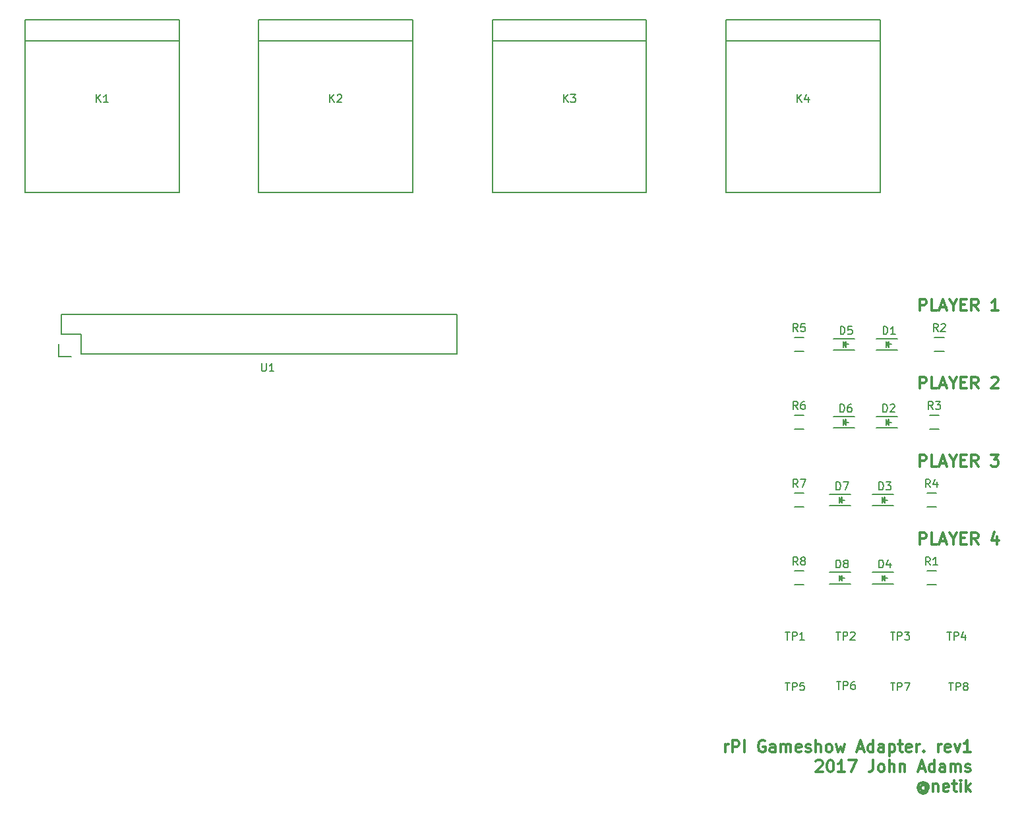
<source format=gbr>
G04 #@! TF.GenerationSoftware,KiCad,Pcbnew,(2016-12-18 revision 3ffa37c)-master*
G04 #@! TF.CreationDate,2017-03-29T20:30:54-07:00*
G04 #@! TF.ProjectId,GameshowV2,47616D6573686F7756322E6B69636164,rev?*
G04 #@! TF.FileFunction,Legend,Top*
G04 #@! TF.FilePolarity,Positive*
%FSLAX46Y46*%
G04 Gerber Fmt 4.6, Leading zero omitted, Abs format (unit mm)*
G04 Created by KiCad (PCBNEW (2016-12-18 revision 3ffa37c)-master) date Wednesday, March 29, 2017 'PMt' 08:30:54 PM*
%MOMM*%
%LPD*%
G01*
G04 APERTURE LIST*
%ADD10C,0.100000*%
%ADD11C,0.300000*%
%ADD12C,0.150000*%
G04 APERTURE END LIST*
D10*
D11*
X200019285Y-117378571D02*
X200019285Y-116378571D01*
X200019285Y-116664285D02*
X200090714Y-116521428D01*
X200162142Y-116450000D01*
X200305000Y-116378571D01*
X200447857Y-116378571D01*
X200947857Y-117378571D02*
X200947857Y-115878571D01*
X201519285Y-115878571D01*
X201662142Y-115950000D01*
X201733571Y-116021428D01*
X201805000Y-116164285D01*
X201805000Y-116378571D01*
X201733571Y-116521428D01*
X201662142Y-116592857D01*
X201519285Y-116664285D01*
X200947857Y-116664285D01*
X202447857Y-117378571D02*
X202447857Y-115878571D01*
X205090714Y-115950000D02*
X204947857Y-115878571D01*
X204733571Y-115878571D01*
X204519285Y-115950000D01*
X204376428Y-116092857D01*
X204305000Y-116235714D01*
X204233571Y-116521428D01*
X204233571Y-116735714D01*
X204305000Y-117021428D01*
X204376428Y-117164285D01*
X204519285Y-117307142D01*
X204733571Y-117378571D01*
X204876428Y-117378571D01*
X205090714Y-117307142D01*
X205162142Y-117235714D01*
X205162142Y-116735714D01*
X204876428Y-116735714D01*
X206447857Y-117378571D02*
X206447857Y-116592857D01*
X206376428Y-116450000D01*
X206233571Y-116378571D01*
X205947857Y-116378571D01*
X205805000Y-116450000D01*
X206447857Y-117307142D02*
X206305000Y-117378571D01*
X205947857Y-117378571D01*
X205805000Y-117307142D01*
X205733571Y-117164285D01*
X205733571Y-117021428D01*
X205805000Y-116878571D01*
X205947857Y-116807142D01*
X206305000Y-116807142D01*
X206447857Y-116735714D01*
X207162142Y-117378571D02*
X207162142Y-116378571D01*
X207162142Y-116521428D02*
X207233571Y-116450000D01*
X207376428Y-116378571D01*
X207590714Y-116378571D01*
X207733571Y-116450000D01*
X207805000Y-116592857D01*
X207805000Y-117378571D01*
X207805000Y-116592857D02*
X207876428Y-116450000D01*
X208019285Y-116378571D01*
X208233571Y-116378571D01*
X208376428Y-116450000D01*
X208447857Y-116592857D01*
X208447857Y-117378571D01*
X209733571Y-117307142D02*
X209590714Y-117378571D01*
X209305000Y-117378571D01*
X209162142Y-117307142D01*
X209090714Y-117164285D01*
X209090714Y-116592857D01*
X209162142Y-116450000D01*
X209305000Y-116378571D01*
X209590714Y-116378571D01*
X209733571Y-116450000D01*
X209805000Y-116592857D01*
X209805000Y-116735714D01*
X209090714Y-116878571D01*
X210376428Y-117307142D02*
X210519285Y-117378571D01*
X210805000Y-117378571D01*
X210947857Y-117307142D01*
X211019285Y-117164285D01*
X211019285Y-117092857D01*
X210947857Y-116950000D01*
X210805000Y-116878571D01*
X210590714Y-116878571D01*
X210447857Y-116807142D01*
X210376428Y-116664285D01*
X210376428Y-116592857D01*
X210447857Y-116450000D01*
X210590714Y-116378571D01*
X210805000Y-116378571D01*
X210947857Y-116450000D01*
X211662142Y-117378571D02*
X211662142Y-115878571D01*
X212305000Y-117378571D02*
X212305000Y-116592857D01*
X212233571Y-116450000D01*
X212090714Y-116378571D01*
X211876428Y-116378571D01*
X211733571Y-116450000D01*
X211662142Y-116521428D01*
X213233571Y-117378571D02*
X213090714Y-117307142D01*
X213019285Y-117235714D01*
X212947857Y-117092857D01*
X212947857Y-116664285D01*
X213019285Y-116521428D01*
X213090714Y-116450000D01*
X213233571Y-116378571D01*
X213447857Y-116378571D01*
X213590714Y-116450000D01*
X213662142Y-116521428D01*
X213733571Y-116664285D01*
X213733571Y-117092857D01*
X213662142Y-117235714D01*
X213590714Y-117307142D01*
X213447857Y-117378571D01*
X213233571Y-117378571D01*
X214233571Y-116378571D02*
X214519285Y-117378571D01*
X214805000Y-116664285D01*
X215090714Y-117378571D01*
X215376428Y-116378571D01*
X217019285Y-116950000D02*
X217733571Y-116950000D01*
X216876428Y-117378571D02*
X217376428Y-115878571D01*
X217876428Y-117378571D01*
X219019285Y-117378571D02*
X219019285Y-115878571D01*
X219019285Y-117307142D02*
X218876428Y-117378571D01*
X218590714Y-117378571D01*
X218447857Y-117307142D01*
X218376428Y-117235714D01*
X218305000Y-117092857D01*
X218305000Y-116664285D01*
X218376428Y-116521428D01*
X218447857Y-116450000D01*
X218590714Y-116378571D01*
X218876428Y-116378571D01*
X219019285Y-116450000D01*
X220376428Y-117378571D02*
X220376428Y-116592857D01*
X220305000Y-116450000D01*
X220162142Y-116378571D01*
X219876428Y-116378571D01*
X219733571Y-116450000D01*
X220376428Y-117307142D02*
X220233571Y-117378571D01*
X219876428Y-117378571D01*
X219733571Y-117307142D01*
X219662142Y-117164285D01*
X219662142Y-117021428D01*
X219733571Y-116878571D01*
X219876428Y-116807142D01*
X220233571Y-116807142D01*
X220376428Y-116735714D01*
X221090714Y-116378571D02*
X221090714Y-117878571D01*
X221090714Y-116450000D02*
X221233571Y-116378571D01*
X221519285Y-116378571D01*
X221662142Y-116450000D01*
X221733571Y-116521428D01*
X221805000Y-116664285D01*
X221805000Y-117092857D01*
X221733571Y-117235714D01*
X221662142Y-117307142D01*
X221519285Y-117378571D01*
X221233571Y-117378571D01*
X221090714Y-117307142D01*
X222233571Y-116378571D02*
X222805000Y-116378571D01*
X222447857Y-115878571D02*
X222447857Y-117164285D01*
X222519285Y-117307142D01*
X222662142Y-117378571D01*
X222805000Y-117378571D01*
X223876428Y-117307142D02*
X223733571Y-117378571D01*
X223447857Y-117378571D01*
X223305000Y-117307142D01*
X223233571Y-117164285D01*
X223233571Y-116592857D01*
X223305000Y-116450000D01*
X223447857Y-116378571D01*
X223733571Y-116378571D01*
X223876428Y-116450000D01*
X223947857Y-116592857D01*
X223947857Y-116735714D01*
X223233571Y-116878571D01*
X224590714Y-117378571D02*
X224590714Y-116378571D01*
X224590714Y-116664285D02*
X224662142Y-116521428D01*
X224733571Y-116450000D01*
X224876428Y-116378571D01*
X225019285Y-116378571D01*
X225519285Y-117235714D02*
X225590714Y-117307142D01*
X225519285Y-117378571D01*
X225447857Y-117307142D01*
X225519285Y-117235714D01*
X225519285Y-117378571D01*
X227376428Y-117378571D02*
X227376428Y-116378571D01*
X227376428Y-116664285D02*
X227447857Y-116521428D01*
X227519285Y-116450000D01*
X227662142Y-116378571D01*
X227805000Y-116378571D01*
X228876428Y-117307142D02*
X228733571Y-117378571D01*
X228447857Y-117378571D01*
X228305000Y-117307142D01*
X228233571Y-117164285D01*
X228233571Y-116592857D01*
X228305000Y-116450000D01*
X228447857Y-116378571D01*
X228733571Y-116378571D01*
X228876428Y-116450000D01*
X228947857Y-116592857D01*
X228947857Y-116735714D01*
X228233571Y-116878571D01*
X229447857Y-116378571D02*
X229805000Y-117378571D01*
X230162142Y-116378571D01*
X231519285Y-117378571D02*
X230662142Y-117378571D01*
X231090714Y-117378571D02*
X231090714Y-115878571D01*
X230947857Y-116092857D01*
X230805000Y-116235714D01*
X230662142Y-116307142D01*
X211662142Y-118571428D02*
X211733571Y-118500000D01*
X211876428Y-118428571D01*
X212233571Y-118428571D01*
X212376428Y-118500000D01*
X212447857Y-118571428D01*
X212519285Y-118714285D01*
X212519285Y-118857142D01*
X212447857Y-119071428D01*
X211590714Y-119928571D01*
X212519285Y-119928571D01*
X213447857Y-118428571D02*
X213590714Y-118428571D01*
X213733571Y-118500000D01*
X213805000Y-118571428D01*
X213876428Y-118714285D01*
X213947857Y-119000000D01*
X213947857Y-119357142D01*
X213876428Y-119642857D01*
X213805000Y-119785714D01*
X213733571Y-119857142D01*
X213590714Y-119928571D01*
X213447857Y-119928571D01*
X213305000Y-119857142D01*
X213233571Y-119785714D01*
X213162142Y-119642857D01*
X213090714Y-119357142D01*
X213090714Y-119000000D01*
X213162142Y-118714285D01*
X213233571Y-118571428D01*
X213305000Y-118500000D01*
X213447857Y-118428571D01*
X215376428Y-119928571D02*
X214519285Y-119928571D01*
X214947857Y-119928571D02*
X214947857Y-118428571D01*
X214805000Y-118642857D01*
X214662142Y-118785714D01*
X214519285Y-118857142D01*
X215876428Y-118428571D02*
X216876428Y-118428571D01*
X216233571Y-119928571D01*
X219019285Y-118428571D02*
X219019285Y-119500000D01*
X218947857Y-119714285D01*
X218805000Y-119857142D01*
X218590714Y-119928571D01*
X218447857Y-119928571D01*
X219947857Y-119928571D02*
X219805000Y-119857142D01*
X219733571Y-119785714D01*
X219662142Y-119642857D01*
X219662142Y-119214285D01*
X219733571Y-119071428D01*
X219805000Y-119000000D01*
X219947857Y-118928571D01*
X220162142Y-118928571D01*
X220305000Y-119000000D01*
X220376428Y-119071428D01*
X220447857Y-119214285D01*
X220447857Y-119642857D01*
X220376428Y-119785714D01*
X220305000Y-119857142D01*
X220162142Y-119928571D01*
X219947857Y-119928571D01*
X221090714Y-119928571D02*
X221090714Y-118428571D01*
X221733571Y-119928571D02*
X221733571Y-119142857D01*
X221662142Y-119000000D01*
X221519285Y-118928571D01*
X221305000Y-118928571D01*
X221162142Y-119000000D01*
X221090714Y-119071428D01*
X222447857Y-118928571D02*
X222447857Y-119928571D01*
X222447857Y-119071428D02*
X222519285Y-119000000D01*
X222662142Y-118928571D01*
X222876428Y-118928571D01*
X223019285Y-119000000D01*
X223090714Y-119142857D01*
X223090714Y-119928571D01*
X224876428Y-119500000D02*
X225590714Y-119500000D01*
X224733571Y-119928571D02*
X225233571Y-118428571D01*
X225733571Y-119928571D01*
X226876428Y-119928571D02*
X226876428Y-118428571D01*
X226876428Y-119857142D02*
X226733571Y-119928571D01*
X226447857Y-119928571D01*
X226305000Y-119857142D01*
X226233571Y-119785714D01*
X226162142Y-119642857D01*
X226162142Y-119214285D01*
X226233571Y-119071428D01*
X226305000Y-119000000D01*
X226447857Y-118928571D01*
X226733571Y-118928571D01*
X226876428Y-119000000D01*
X228233571Y-119928571D02*
X228233571Y-119142857D01*
X228162142Y-119000000D01*
X228019285Y-118928571D01*
X227733571Y-118928571D01*
X227590714Y-119000000D01*
X228233571Y-119857142D02*
X228090714Y-119928571D01*
X227733571Y-119928571D01*
X227590714Y-119857142D01*
X227519285Y-119714285D01*
X227519285Y-119571428D01*
X227590714Y-119428571D01*
X227733571Y-119357142D01*
X228090714Y-119357142D01*
X228233571Y-119285714D01*
X228947857Y-119928571D02*
X228947857Y-118928571D01*
X228947857Y-119071428D02*
X229019285Y-119000000D01*
X229162142Y-118928571D01*
X229376428Y-118928571D01*
X229519285Y-119000000D01*
X229590714Y-119142857D01*
X229590714Y-119928571D01*
X229590714Y-119142857D02*
X229662142Y-119000000D01*
X229805000Y-118928571D01*
X230019285Y-118928571D01*
X230162142Y-119000000D01*
X230233571Y-119142857D01*
X230233571Y-119928571D01*
X230876428Y-119857142D02*
X231019285Y-119928571D01*
X231305000Y-119928571D01*
X231447857Y-119857142D01*
X231519285Y-119714285D01*
X231519285Y-119642857D01*
X231447857Y-119500000D01*
X231305000Y-119428571D01*
X231090714Y-119428571D01*
X230947857Y-119357142D01*
X230876428Y-119214285D01*
X230876428Y-119142857D01*
X230947857Y-119000000D01*
X231090714Y-118928571D01*
X231305000Y-118928571D01*
X231447857Y-119000000D01*
X225733571Y-121764285D02*
X225662142Y-121692857D01*
X225519285Y-121621428D01*
X225376428Y-121621428D01*
X225233571Y-121692857D01*
X225162142Y-121764285D01*
X225090714Y-121907142D01*
X225090714Y-122050000D01*
X225162142Y-122192857D01*
X225233571Y-122264285D01*
X225376428Y-122335714D01*
X225519285Y-122335714D01*
X225662142Y-122264285D01*
X225733571Y-122192857D01*
X225733571Y-121621428D02*
X225733571Y-122192857D01*
X225805000Y-122264285D01*
X225876428Y-122264285D01*
X226019285Y-122192857D01*
X226090714Y-122050000D01*
X226090714Y-121692857D01*
X225947857Y-121478571D01*
X225733571Y-121335714D01*
X225447857Y-121264285D01*
X225162142Y-121335714D01*
X224947857Y-121478571D01*
X224805000Y-121692857D01*
X224733571Y-121978571D01*
X224805000Y-122264285D01*
X224947857Y-122478571D01*
X225162142Y-122621428D01*
X225447857Y-122692857D01*
X225733571Y-122621428D01*
X225947857Y-122478571D01*
X226733571Y-121478571D02*
X226733571Y-122478571D01*
X226733571Y-121621428D02*
X226805000Y-121550000D01*
X226947857Y-121478571D01*
X227162142Y-121478571D01*
X227305000Y-121550000D01*
X227376428Y-121692857D01*
X227376428Y-122478571D01*
X228662142Y-122407142D02*
X228519285Y-122478571D01*
X228233571Y-122478571D01*
X228090714Y-122407142D01*
X228019285Y-122264285D01*
X228019285Y-121692857D01*
X228090714Y-121550000D01*
X228233571Y-121478571D01*
X228519285Y-121478571D01*
X228662142Y-121550000D01*
X228733571Y-121692857D01*
X228733571Y-121835714D01*
X228019285Y-121978571D01*
X229162142Y-121478571D02*
X229733571Y-121478571D01*
X229376428Y-120978571D02*
X229376428Y-122264285D01*
X229447857Y-122407142D01*
X229590714Y-122478571D01*
X229733571Y-122478571D01*
X230233571Y-122478571D02*
X230233571Y-121478571D01*
X230233571Y-120978571D02*
X230162142Y-121050000D01*
X230233571Y-121121428D01*
X230305000Y-121050000D01*
X230233571Y-120978571D01*
X230233571Y-121121428D01*
X230947857Y-122478571D02*
X230947857Y-120978571D01*
X231090714Y-121907142D02*
X231519285Y-122478571D01*
X231519285Y-121478571D02*
X230947857Y-122050000D01*
X225000000Y-60678571D02*
X225000000Y-59178571D01*
X225571428Y-59178571D01*
X225714285Y-59250000D01*
X225785714Y-59321428D01*
X225857142Y-59464285D01*
X225857142Y-59678571D01*
X225785714Y-59821428D01*
X225714285Y-59892857D01*
X225571428Y-59964285D01*
X225000000Y-59964285D01*
X227214285Y-60678571D02*
X226500000Y-60678571D01*
X226500000Y-59178571D01*
X227642857Y-60250000D02*
X228357142Y-60250000D01*
X227500000Y-60678571D02*
X228000000Y-59178571D01*
X228500000Y-60678571D01*
X229285714Y-59964285D02*
X229285714Y-60678571D01*
X228785714Y-59178571D02*
X229285714Y-59964285D01*
X229785714Y-59178571D01*
X230285714Y-59892857D02*
X230785714Y-59892857D01*
X231000000Y-60678571D02*
X230285714Y-60678571D01*
X230285714Y-59178571D01*
X231000000Y-59178571D01*
X232500000Y-60678571D02*
X232000000Y-59964285D01*
X231642857Y-60678571D02*
X231642857Y-59178571D01*
X232214285Y-59178571D01*
X232357142Y-59250000D01*
X232428571Y-59321428D01*
X232500000Y-59464285D01*
X232500000Y-59678571D01*
X232428571Y-59821428D01*
X232357142Y-59892857D01*
X232214285Y-59964285D01*
X231642857Y-59964285D01*
X235071428Y-60678571D02*
X234214285Y-60678571D01*
X234642857Y-60678571D02*
X234642857Y-59178571D01*
X234500000Y-59392857D01*
X234357142Y-59535714D01*
X234214285Y-59607142D01*
X225000000Y-90678571D02*
X225000000Y-89178571D01*
X225571428Y-89178571D01*
X225714285Y-89250000D01*
X225785714Y-89321428D01*
X225857142Y-89464285D01*
X225857142Y-89678571D01*
X225785714Y-89821428D01*
X225714285Y-89892857D01*
X225571428Y-89964285D01*
X225000000Y-89964285D01*
X227214285Y-90678571D02*
X226500000Y-90678571D01*
X226500000Y-89178571D01*
X227642857Y-90250000D02*
X228357142Y-90250000D01*
X227500000Y-90678571D02*
X228000000Y-89178571D01*
X228500000Y-90678571D01*
X229285714Y-89964285D02*
X229285714Y-90678571D01*
X228785714Y-89178571D02*
X229285714Y-89964285D01*
X229785714Y-89178571D01*
X230285714Y-89892857D02*
X230785714Y-89892857D01*
X231000000Y-90678571D02*
X230285714Y-90678571D01*
X230285714Y-89178571D01*
X231000000Y-89178571D01*
X232500000Y-90678571D02*
X232000000Y-89964285D01*
X231642857Y-90678571D02*
X231642857Y-89178571D01*
X232214285Y-89178571D01*
X232357142Y-89250000D01*
X232428571Y-89321428D01*
X232500000Y-89464285D01*
X232500000Y-89678571D01*
X232428571Y-89821428D01*
X232357142Y-89892857D01*
X232214285Y-89964285D01*
X231642857Y-89964285D01*
X234928571Y-89678571D02*
X234928571Y-90678571D01*
X234571428Y-89107142D02*
X234214285Y-90178571D01*
X235142857Y-90178571D01*
X225000000Y-80678571D02*
X225000000Y-79178571D01*
X225571428Y-79178571D01*
X225714285Y-79250000D01*
X225785714Y-79321428D01*
X225857142Y-79464285D01*
X225857142Y-79678571D01*
X225785714Y-79821428D01*
X225714285Y-79892857D01*
X225571428Y-79964285D01*
X225000000Y-79964285D01*
X227214285Y-80678571D02*
X226500000Y-80678571D01*
X226500000Y-79178571D01*
X227642857Y-80250000D02*
X228357142Y-80250000D01*
X227500000Y-80678571D02*
X228000000Y-79178571D01*
X228500000Y-80678571D01*
X229285714Y-79964285D02*
X229285714Y-80678571D01*
X228785714Y-79178571D02*
X229285714Y-79964285D01*
X229785714Y-79178571D01*
X230285714Y-79892857D02*
X230785714Y-79892857D01*
X231000000Y-80678571D02*
X230285714Y-80678571D01*
X230285714Y-79178571D01*
X231000000Y-79178571D01*
X232500000Y-80678571D02*
X232000000Y-79964285D01*
X231642857Y-80678571D02*
X231642857Y-79178571D01*
X232214285Y-79178571D01*
X232357142Y-79250000D01*
X232428571Y-79321428D01*
X232500000Y-79464285D01*
X232500000Y-79678571D01*
X232428571Y-79821428D01*
X232357142Y-79892857D01*
X232214285Y-79964285D01*
X231642857Y-79964285D01*
X234142857Y-79178571D02*
X235071428Y-79178571D01*
X234571428Y-79750000D01*
X234785714Y-79750000D01*
X234928571Y-79821428D01*
X235000000Y-79892857D01*
X235071428Y-80035714D01*
X235071428Y-80392857D01*
X235000000Y-80535714D01*
X234928571Y-80607142D01*
X234785714Y-80678571D01*
X234357142Y-80678571D01*
X234214285Y-80607142D01*
X234142857Y-80535714D01*
X225000000Y-70678571D02*
X225000000Y-69178571D01*
X225571428Y-69178571D01*
X225714285Y-69250000D01*
X225785714Y-69321428D01*
X225857142Y-69464285D01*
X225857142Y-69678571D01*
X225785714Y-69821428D01*
X225714285Y-69892857D01*
X225571428Y-69964285D01*
X225000000Y-69964285D01*
X227214285Y-70678571D02*
X226500000Y-70678571D01*
X226500000Y-69178571D01*
X227642857Y-70250000D02*
X228357142Y-70250000D01*
X227500000Y-70678571D02*
X228000000Y-69178571D01*
X228500000Y-70678571D01*
X229285714Y-69964285D02*
X229285714Y-70678571D01*
X228785714Y-69178571D02*
X229285714Y-69964285D01*
X229785714Y-69178571D01*
X230285714Y-69892857D02*
X230785714Y-69892857D01*
X231000000Y-70678571D02*
X230285714Y-70678571D01*
X230285714Y-69178571D01*
X231000000Y-69178571D01*
X232500000Y-70678571D02*
X232000000Y-69964285D01*
X231642857Y-70678571D02*
X231642857Y-69178571D01*
X232214285Y-69178571D01*
X232357142Y-69250000D01*
X232428571Y-69321428D01*
X232500000Y-69464285D01*
X232500000Y-69678571D01*
X232428571Y-69821428D01*
X232357142Y-69892857D01*
X232214285Y-69964285D01*
X231642857Y-69964285D01*
X234214285Y-69321428D02*
X234285714Y-69250000D01*
X234428571Y-69178571D01*
X234785714Y-69178571D01*
X234928571Y-69250000D01*
X235000000Y-69321428D01*
X235071428Y-69464285D01*
X235071428Y-69607142D01*
X235000000Y-69821428D01*
X234142857Y-70678571D01*
X235071428Y-70678571D01*
D12*
X170100000Y-45500000D02*
X189900000Y-45500000D01*
X170100000Y-26000000D02*
X189900000Y-26000000D01*
X189900000Y-23300000D02*
X189900000Y-45500000D01*
X170100000Y-23300000D02*
X170100000Y-45500000D01*
X170100000Y-23300000D02*
X189900000Y-23300000D01*
X189900000Y-23300000D02*
X189900000Y-26000000D01*
X170100000Y-23300000D02*
X170100000Y-26000000D01*
X200100000Y-45500000D02*
X219900000Y-45500000D01*
X200100000Y-26000000D02*
X219900000Y-26000000D01*
X219900000Y-23300000D02*
X219900000Y-45500000D01*
X200100000Y-23300000D02*
X200100000Y-45500000D01*
X200100000Y-23300000D02*
X219900000Y-23300000D01*
X219900000Y-23300000D02*
X219900000Y-26000000D01*
X200100000Y-23300000D02*
X200100000Y-26000000D01*
X140100000Y-45500000D02*
X159900000Y-45500000D01*
X140100000Y-26000000D02*
X159900000Y-26000000D01*
X159900000Y-23300000D02*
X159900000Y-45500000D01*
X140100000Y-23300000D02*
X140100000Y-45500000D01*
X140100000Y-23300000D02*
X159900000Y-23300000D01*
X159900000Y-23300000D02*
X159900000Y-26000000D01*
X140100000Y-23300000D02*
X140100000Y-26000000D01*
X110100000Y-45500000D02*
X129900000Y-45500000D01*
X110100000Y-26000000D02*
X129900000Y-26000000D01*
X129900000Y-23300000D02*
X129900000Y-45500000D01*
X110100000Y-23300000D02*
X110100000Y-45500000D01*
X110100000Y-23300000D02*
X129900000Y-23300000D01*
X129900000Y-23300000D02*
X129900000Y-26000000D01*
X110100000Y-23300000D02*
X110100000Y-26000000D01*
X213400000Y-95750000D02*
X216100000Y-95750000D01*
X213400000Y-94250000D02*
X216100000Y-94250000D01*
X214900000Y-95150000D02*
X214900000Y-94900000D01*
X214900000Y-94900000D02*
X214750000Y-95050000D01*
X214650000Y-94650000D02*
X214650000Y-95350000D01*
X215000000Y-95000000D02*
X215350000Y-95000000D01*
X214650000Y-95000000D02*
X215000000Y-94650000D01*
X215000000Y-94650000D02*
X215000000Y-95350000D01*
X215000000Y-95350000D02*
X214650000Y-95000000D01*
X215000000Y-85350000D02*
X214650000Y-85000000D01*
X215000000Y-84650000D02*
X215000000Y-85350000D01*
X214650000Y-85000000D02*
X215000000Y-84650000D01*
X215000000Y-85000000D02*
X215350000Y-85000000D01*
X214650000Y-84650000D02*
X214650000Y-85350000D01*
X214900000Y-84900000D02*
X214750000Y-85050000D01*
X214900000Y-85150000D02*
X214900000Y-84900000D01*
X213400000Y-84250000D02*
X216100000Y-84250000D01*
X213400000Y-85750000D02*
X216100000Y-85750000D01*
X213900000Y-75750000D02*
X216600000Y-75750000D01*
X213900000Y-74250000D02*
X216600000Y-74250000D01*
X215400000Y-75150000D02*
X215400000Y-74900000D01*
X215400000Y-74900000D02*
X215250000Y-75050000D01*
X215150000Y-74650000D02*
X215150000Y-75350000D01*
X215500000Y-75000000D02*
X215850000Y-75000000D01*
X215150000Y-75000000D02*
X215500000Y-74650000D01*
X215500000Y-74650000D02*
X215500000Y-75350000D01*
X215500000Y-75350000D02*
X215150000Y-75000000D01*
X215549000Y-65350000D02*
X215199000Y-65000000D01*
X215549000Y-64650000D02*
X215549000Y-65350000D01*
X215199000Y-65000000D02*
X215549000Y-64650000D01*
X215549000Y-65000000D02*
X215899000Y-65000000D01*
X215199000Y-64650000D02*
X215199000Y-65350000D01*
X215449000Y-64900000D02*
X215299000Y-65050000D01*
X215449000Y-65150000D02*
X215449000Y-64900000D01*
X213949000Y-64250000D02*
X216649000Y-64250000D01*
X213949000Y-65750000D02*
X216649000Y-65750000D01*
X218900000Y-95750000D02*
X221600000Y-95750000D01*
X218900000Y-94250000D02*
X221600000Y-94250000D01*
X220400000Y-95150000D02*
X220400000Y-94900000D01*
X220400000Y-94900000D02*
X220250000Y-95050000D01*
X220150000Y-94650000D02*
X220150000Y-95350000D01*
X220500000Y-95000000D02*
X220850000Y-95000000D01*
X220150000Y-95000000D02*
X220500000Y-94650000D01*
X220500000Y-94650000D02*
X220500000Y-95350000D01*
X220500000Y-95350000D02*
X220150000Y-95000000D01*
X220500000Y-85350000D02*
X220150000Y-85000000D01*
X220500000Y-84650000D02*
X220500000Y-85350000D01*
X220150000Y-85000000D02*
X220500000Y-84650000D01*
X220500000Y-85000000D02*
X220850000Y-85000000D01*
X220150000Y-84650000D02*
X220150000Y-85350000D01*
X220400000Y-84900000D02*
X220250000Y-85050000D01*
X220400000Y-85150000D02*
X220400000Y-84900000D01*
X218900000Y-84250000D02*
X221600000Y-84250000D01*
X218900000Y-85750000D02*
X221600000Y-85750000D01*
X219400000Y-75750000D02*
X222100000Y-75750000D01*
X219400000Y-74250000D02*
X222100000Y-74250000D01*
X220900000Y-75150000D02*
X220900000Y-74900000D01*
X220900000Y-74900000D02*
X220750000Y-75050000D01*
X220650000Y-74650000D02*
X220650000Y-75350000D01*
X221000000Y-75000000D02*
X221350000Y-75000000D01*
X220650000Y-75000000D02*
X221000000Y-74650000D01*
X221000000Y-74650000D02*
X221000000Y-75350000D01*
X221000000Y-75350000D02*
X220650000Y-75000000D01*
X221049000Y-65350000D02*
X220699000Y-65000000D01*
X221049000Y-64650000D02*
X221049000Y-65350000D01*
X220699000Y-65000000D02*
X221049000Y-64650000D01*
X221049000Y-65000000D02*
X221399000Y-65000000D01*
X220699000Y-64650000D02*
X220699000Y-65350000D01*
X220949000Y-64900000D02*
X220799000Y-65050000D01*
X220949000Y-65150000D02*
X220949000Y-64900000D01*
X219449000Y-64250000D02*
X222149000Y-64250000D01*
X219449000Y-65750000D02*
X222149000Y-65750000D01*
X114450000Y-66550000D02*
X116000000Y-66550000D01*
X117270000Y-63730000D02*
X117270000Y-66270000D01*
X114730000Y-63730000D02*
X117270000Y-63730000D01*
X114450000Y-65000000D02*
X114450000Y-66550000D01*
X114730000Y-61190000D02*
X114730000Y-63730000D01*
X165530000Y-61190000D02*
X165530000Y-66270000D01*
X117270000Y-66270000D02*
X165530000Y-66270000D01*
X165530000Y-61190000D02*
X114730000Y-61190000D01*
X210100000Y-95875000D02*
X208900000Y-95875000D01*
X208900000Y-94125000D02*
X210100000Y-94125000D01*
X208900000Y-84125000D02*
X210100000Y-84125000D01*
X210100000Y-85875000D02*
X208900000Y-85875000D01*
X210100000Y-75875000D02*
X208900000Y-75875000D01*
X208900000Y-74125000D02*
X210100000Y-74125000D01*
X208900000Y-64125000D02*
X210100000Y-64125000D01*
X210100000Y-65875000D02*
X208900000Y-65875000D01*
X227100000Y-85875000D02*
X225900000Y-85875000D01*
X225900000Y-84125000D02*
X227100000Y-84125000D01*
X226250000Y-74125000D02*
X227450000Y-74125000D01*
X227450000Y-75875000D02*
X226250000Y-75875000D01*
X228100000Y-65875000D02*
X226900000Y-65875000D01*
X226900000Y-64125000D02*
X228100000Y-64125000D01*
X225900000Y-94125000D02*
X227100000Y-94125000D01*
X227100000Y-95875000D02*
X225900000Y-95875000D01*
X179261904Y-33912380D02*
X179261904Y-32912380D01*
X179833333Y-33912380D02*
X179404761Y-33340952D01*
X179833333Y-32912380D02*
X179261904Y-33483809D01*
X180166666Y-32912380D02*
X180785714Y-32912380D01*
X180452380Y-33293333D01*
X180595238Y-33293333D01*
X180690476Y-33340952D01*
X180738095Y-33388571D01*
X180785714Y-33483809D01*
X180785714Y-33721904D01*
X180738095Y-33817142D01*
X180690476Y-33864761D01*
X180595238Y-33912380D01*
X180309523Y-33912380D01*
X180214285Y-33864761D01*
X180166666Y-33817142D01*
X209261904Y-33912380D02*
X209261904Y-32912380D01*
X209833333Y-33912380D02*
X209404761Y-33340952D01*
X209833333Y-32912380D02*
X209261904Y-33483809D01*
X210690476Y-33245714D02*
X210690476Y-33912380D01*
X210452380Y-32864761D02*
X210214285Y-33579047D01*
X210833333Y-33579047D01*
X149261904Y-33912380D02*
X149261904Y-32912380D01*
X149833333Y-33912380D02*
X149404761Y-33340952D01*
X149833333Y-32912380D02*
X149261904Y-33483809D01*
X150214285Y-33007619D02*
X150261904Y-32960000D01*
X150357142Y-32912380D01*
X150595238Y-32912380D01*
X150690476Y-32960000D01*
X150738095Y-33007619D01*
X150785714Y-33102857D01*
X150785714Y-33198095D01*
X150738095Y-33340952D01*
X150166666Y-33912380D01*
X150785714Y-33912380D01*
X119261904Y-33912380D02*
X119261904Y-32912380D01*
X119833333Y-33912380D02*
X119404761Y-33340952D01*
X119833333Y-32912380D02*
X119261904Y-33483809D01*
X120785714Y-33912380D02*
X120214285Y-33912380D01*
X120500000Y-33912380D02*
X120500000Y-32912380D01*
X120404761Y-33055238D01*
X120309523Y-33150476D01*
X120214285Y-33198095D01*
X228738095Y-108452380D02*
X229309523Y-108452380D01*
X229023809Y-109452380D02*
X229023809Y-108452380D01*
X229642857Y-109452380D02*
X229642857Y-108452380D01*
X230023809Y-108452380D01*
X230119047Y-108500000D01*
X230166666Y-108547619D01*
X230214285Y-108642857D01*
X230214285Y-108785714D01*
X230166666Y-108880952D01*
X230119047Y-108928571D01*
X230023809Y-108976190D01*
X229642857Y-108976190D01*
X230785714Y-108880952D02*
X230690476Y-108833333D01*
X230642857Y-108785714D01*
X230595238Y-108690476D01*
X230595238Y-108642857D01*
X230642857Y-108547619D01*
X230690476Y-108500000D01*
X230785714Y-108452380D01*
X230976190Y-108452380D01*
X231071428Y-108500000D01*
X231119047Y-108547619D01*
X231166666Y-108642857D01*
X231166666Y-108690476D01*
X231119047Y-108785714D01*
X231071428Y-108833333D01*
X230976190Y-108880952D01*
X230785714Y-108880952D01*
X230690476Y-108928571D01*
X230642857Y-108976190D01*
X230595238Y-109071428D01*
X230595238Y-109261904D01*
X230642857Y-109357142D01*
X230690476Y-109404761D01*
X230785714Y-109452380D01*
X230976190Y-109452380D01*
X231071428Y-109404761D01*
X231119047Y-109357142D01*
X231166666Y-109261904D01*
X231166666Y-109071428D01*
X231119047Y-108976190D01*
X231071428Y-108928571D01*
X230976190Y-108880952D01*
X221238095Y-108452380D02*
X221809523Y-108452380D01*
X221523809Y-109452380D02*
X221523809Y-108452380D01*
X222142857Y-109452380D02*
X222142857Y-108452380D01*
X222523809Y-108452380D01*
X222619047Y-108500000D01*
X222666666Y-108547619D01*
X222714285Y-108642857D01*
X222714285Y-108785714D01*
X222666666Y-108880952D01*
X222619047Y-108928571D01*
X222523809Y-108976190D01*
X222142857Y-108976190D01*
X223047619Y-108452380D02*
X223714285Y-108452380D01*
X223285714Y-109452380D01*
X214297095Y-108328380D02*
X214868523Y-108328380D01*
X214582809Y-109328380D02*
X214582809Y-108328380D01*
X215201857Y-109328380D02*
X215201857Y-108328380D01*
X215582809Y-108328380D01*
X215678047Y-108376000D01*
X215725666Y-108423619D01*
X215773285Y-108518857D01*
X215773285Y-108661714D01*
X215725666Y-108756952D01*
X215678047Y-108804571D01*
X215582809Y-108852190D01*
X215201857Y-108852190D01*
X216630428Y-108328380D02*
X216439952Y-108328380D01*
X216344714Y-108376000D01*
X216297095Y-108423619D01*
X216201857Y-108566476D01*
X216154238Y-108756952D01*
X216154238Y-109137904D01*
X216201857Y-109233142D01*
X216249476Y-109280761D01*
X216344714Y-109328380D01*
X216535190Y-109328380D01*
X216630428Y-109280761D01*
X216678047Y-109233142D01*
X216725666Y-109137904D01*
X216725666Y-108899809D01*
X216678047Y-108804571D01*
X216630428Y-108756952D01*
X216535190Y-108709333D01*
X216344714Y-108709333D01*
X216249476Y-108756952D01*
X216201857Y-108804571D01*
X216154238Y-108899809D01*
X207738095Y-108452380D02*
X208309523Y-108452380D01*
X208023809Y-109452380D02*
X208023809Y-108452380D01*
X208642857Y-109452380D02*
X208642857Y-108452380D01*
X209023809Y-108452380D01*
X209119047Y-108500000D01*
X209166666Y-108547619D01*
X209214285Y-108642857D01*
X209214285Y-108785714D01*
X209166666Y-108880952D01*
X209119047Y-108928571D01*
X209023809Y-108976190D01*
X208642857Y-108976190D01*
X210119047Y-108452380D02*
X209642857Y-108452380D01*
X209595238Y-108928571D01*
X209642857Y-108880952D01*
X209738095Y-108833333D01*
X209976190Y-108833333D01*
X210071428Y-108880952D01*
X210119047Y-108928571D01*
X210166666Y-109023809D01*
X210166666Y-109261904D01*
X210119047Y-109357142D01*
X210071428Y-109404761D01*
X209976190Y-109452380D01*
X209738095Y-109452380D01*
X209642857Y-109404761D01*
X209595238Y-109357142D01*
X228488095Y-101952380D02*
X229059523Y-101952380D01*
X228773809Y-102952380D02*
X228773809Y-101952380D01*
X229392857Y-102952380D02*
X229392857Y-101952380D01*
X229773809Y-101952380D01*
X229869047Y-102000000D01*
X229916666Y-102047619D01*
X229964285Y-102142857D01*
X229964285Y-102285714D01*
X229916666Y-102380952D01*
X229869047Y-102428571D01*
X229773809Y-102476190D01*
X229392857Y-102476190D01*
X230821428Y-102285714D02*
X230821428Y-102952380D01*
X230583333Y-101904761D02*
X230345238Y-102619047D01*
X230964285Y-102619047D01*
X221238095Y-101952380D02*
X221809523Y-101952380D01*
X221523809Y-102952380D02*
X221523809Y-101952380D01*
X222142857Y-102952380D02*
X222142857Y-101952380D01*
X222523809Y-101952380D01*
X222619047Y-102000000D01*
X222666666Y-102047619D01*
X222714285Y-102142857D01*
X222714285Y-102285714D01*
X222666666Y-102380952D01*
X222619047Y-102428571D01*
X222523809Y-102476190D01*
X222142857Y-102476190D01*
X223047619Y-101952380D02*
X223666666Y-101952380D01*
X223333333Y-102333333D01*
X223476190Y-102333333D01*
X223571428Y-102380952D01*
X223619047Y-102428571D01*
X223666666Y-102523809D01*
X223666666Y-102761904D01*
X223619047Y-102857142D01*
X223571428Y-102904761D01*
X223476190Y-102952380D01*
X223190476Y-102952380D01*
X223095238Y-102904761D01*
X223047619Y-102857142D01*
X214238095Y-101952380D02*
X214809523Y-101952380D01*
X214523809Y-102952380D02*
X214523809Y-101952380D01*
X215142857Y-102952380D02*
X215142857Y-101952380D01*
X215523809Y-101952380D01*
X215619047Y-102000000D01*
X215666666Y-102047619D01*
X215714285Y-102142857D01*
X215714285Y-102285714D01*
X215666666Y-102380952D01*
X215619047Y-102428571D01*
X215523809Y-102476190D01*
X215142857Y-102476190D01*
X216095238Y-102047619D02*
X216142857Y-102000000D01*
X216238095Y-101952380D01*
X216476190Y-101952380D01*
X216571428Y-102000000D01*
X216619047Y-102047619D01*
X216666666Y-102142857D01*
X216666666Y-102238095D01*
X216619047Y-102380952D01*
X216047619Y-102952380D01*
X216666666Y-102952380D01*
X207738095Y-101952380D02*
X208309523Y-101952380D01*
X208023809Y-102952380D02*
X208023809Y-101952380D01*
X208642857Y-102952380D02*
X208642857Y-101952380D01*
X209023809Y-101952380D01*
X209119047Y-102000000D01*
X209166666Y-102047619D01*
X209214285Y-102142857D01*
X209214285Y-102285714D01*
X209166666Y-102380952D01*
X209119047Y-102428571D01*
X209023809Y-102476190D01*
X208642857Y-102476190D01*
X210166666Y-102952380D02*
X209595238Y-102952380D01*
X209880952Y-102952380D02*
X209880952Y-101952380D01*
X209785714Y-102095238D01*
X209690476Y-102190476D01*
X209595238Y-102238095D01*
X214261904Y-93702380D02*
X214261904Y-92702380D01*
X214500000Y-92702380D01*
X214642857Y-92750000D01*
X214738095Y-92845238D01*
X214785714Y-92940476D01*
X214833333Y-93130952D01*
X214833333Y-93273809D01*
X214785714Y-93464285D01*
X214738095Y-93559523D01*
X214642857Y-93654761D01*
X214500000Y-93702380D01*
X214261904Y-93702380D01*
X215404761Y-93130952D02*
X215309523Y-93083333D01*
X215261904Y-93035714D01*
X215214285Y-92940476D01*
X215214285Y-92892857D01*
X215261904Y-92797619D01*
X215309523Y-92750000D01*
X215404761Y-92702380D01*
X215595238Y-92702380D01*
X215690476Y-92750000D01*
X215738095Y-92797619D01*
X215785714Y-92892857D01*
X215785714Y-92940476D01*
X215738095Y-93035714D01*
X215690476Y-93083333D01*
X215595238Y-93130952D01*
X215404761Y-93130952D01*
X215309523Y-93178571D01*
X215261904Y-93226190D01*
X215214285Y-93321428D01*
X215214285Y-93511904D01*
X215261904Y-93607142D01*
X215309523Y-93654761D01*
X215404761Y-93702380D01*
X215595238Y-93702380D01*
X215690476Y-93654761D01*
X215738095Y-93607142D01*
X215785714Y-93511904D01*
X215785714Y-93321428D01*
X215738095Y-93226190D01*
X215690476Y-93178571D01*
X215595238Y-93130952D01*
X214261904Y-83702380D02*
X214261904Y-82702380D01*
X214500000Y-82702380D01*
X214642857Y-82750000D01*
X214738095Y-82845238D01*
X214785714Y-82940476D01*
X214833333Y-83130952D01*
X214833333Y-83273809D01*
X214785714Y-83464285D01*
X214738095Y-83559523D01*
X214642857Y-83654761D01*
X214500000Y-83702380D01*
X214261904Y-83702380D01*
X215166666Y-82702380D02*
X215833333Y-82702380D01*
X215404761Y-83702380D01*
X214761904Y-73702380D02*
X214761904Y-72702380D01*
X215000000Y-72702380D01*
X215142857Y-72750000D01*
X215238095Y-72845238D01*
X215285714Y-72940476D01*
X215333333Y-73130952D01*
X215333333Y-73273809D01*
X215285714Y-73464285D01*
X215238095Y-73559523D01*
X215142857Y-73654761D01*
X215000000Y-73702380D01*
X214761904Y-73702380D01*
X216190476Y-72702380D02*
X216000000Y-72702380D01*
X215904761Y-72750000D01*
X215857142Y-72797619D01*
X215761904Y-72940476D01*
X215714285Y-73130952D01*
X215714285Y-73511904D01*
X215761904Y-73607142D01*
X215809523Y-73654761D01*
X215904761Y-73702380D01*
X216095238Y-73702380D01*
X216190476Y-73654761D01*
X216238095Y-73607142D01*
X216285714Y-73511904D01*
X216285714Y-73273809D01*
X216238095Y-73178571D01*
X216190476Y-73130952D01*
X216095238Y-73083333D01*
X215904761Y-73083333D01*
X215809523Y-73130952D01*
X215761904Y-73178571D01*
X215714285Y-73273809D01*
X214810904Y-63702380D02*
X214810904Y-62702380D01*
X215049000Y-62702380D01*
X215191857Y-62750000D01*
X215287095Y-62845238D01*
X215334714Y-62940476D01*
X215382333Y-63130952D01*
X215382333Y-63273809D01*
X215334714Y-63464285D01*
X215287095Y-63559523D01*
X215191857Y-63654761D01*
X215049000Y-63702380D01*
X214810904Y-63702380D01*
X216287095Y-62702380D02*
X215810904Y-62702380D01*
X215763285Y-63178571D01*
X215810904Y-63130952D01*
X215906142Y-63083333D01*
X216144238Y-63083333D01*
X216239476Y-63130952D01*
X216287095Y-63178571D01*
X216334714Y-63273809D01*
X216334714Y-63511904D01*
X216287095Y-63607142D01*
X216239476Y-63654761D01*
X216144238Y-63702380D01*
X215906142Y-63702380D01*
X215810904Y-63654761D01*
X215763285Y-63607142D01*
X219761904Y-93702380D02*
X219761904Y-92702380D01*
X220000000Y-92702380D01*
X220142857Y-92750000D01*
X220238095Y-92845238D01*
X220285714Y-92940476D01*
X220333333Y-93130952D01*
X220333333Y-93273809D01*
X220285714Y-93464285D01*
X220238095Y-93559523D01*
X220142857Y-93654761D01*
X220000000Y-93702380D01*
X219761904Y-93702380D01*
X221190476Y-93035714D02*
X221190476Y-93702380D01*
X220952380Y-92654761D02*
X220714285Y-93369047D01*
X221333333Y-93369047D01*
X219761904Y-83702380D02*
X219761904Y-82702380D01*
X220000000Y-82702380D01*
X220142857Y-82750000D01*
X220238095Y-82845238D01*
X220285714Y-82940476D01*
X220333333Y-83130952D01*
X220333333Y-83273809D01*
X220285714Y-83464285D01*
X220238095Y-83559523D01*
X220142857Y-83654761D01*
X220000000Y-83702380D01*
X219761904Y-83702380D01*
X220666666Y-82702380D02*
X221285714Y-82702380D01*
X220952380Y-83083333D01*
X221095238Y-83083333D01*
X221190476Y-83130952D01*
X221238095Y-83178571D01*
X221285714Y-83273809D01*
X221285714Y-83511904D01*
X221238095Y-83607142D01*
X221190476Y-83654761D01*
X221095238Y-83702380D01*
X220809523Y-83702380D01*
X220714285Y-83654761D01*
X220666666Y-83607142D01*
X220261904Y-73702380D02*
X220261904Y-72702380D01*
X220500000Y-72702380D01*
X220642857Y-72750000D01*
X220738095Y-72845238D01*
X220785714Y-72940476D01*
X220833333Y-73130952D01*
X220833333Y-73273809D01*
X220785714Y-73464285D01*
X220738095Y-73559523D01*
X220642857Y-73654761D01*
X220500000Y-73702380D01*
X220261904Y-73702380D01*
X221214285Y-72797619D02*
X221261904Y-72750000D01*
X221357142Y-72702380D01*
X221595238Y-72702380D01*
X221690476Y-72750000D01*
X221738095Y-72797619D01*
X221785714Y-72892857D01*
X221785714Y-72988095D01*
X221738095Y-73130952D01*
X221166666Y-73702380D01*
X221785714Y-73702380D01*
X220310904Y-63702380D02*
X220310904Y-62702380D01*
X220549000Y-62702380D01*
X220691857Y-62750000D01*
X220787095Y-62845238D01*
X220834714Y-62940476D01*
X220882333Y-63130952D01*
X220882333Y-63273809D01*
X220834714Y-63464285D01*
X220787095Y-63559523D01*
X220691857Y-63654761D01*
X220549000Y-63702380D01*
X220310904Y-63702380D01*
X221834714Y-63702380D02*
X221263285Y-63702380D01*
X221549000Y-63702380D02*
X221549000Y-62702380D01*
X221453761Y-62845238D01*
X221358523Y-62940476D01*
X221263285Y-62988095D01*
X140488095Y-67452380D02*
X140488095Y-68261904D01*
X140535714Y-68357142D01*
X140583333Y-68404761D01*
X140678571Y-68452380D01*
X140869047Y-68452380D01*
X140964285Y-68404761D01*
X141011904Y-68357142D01*
X141059523Y-68261904D01*
X141059523Y-67452380D01*
X142059523Y-68452380D02*
X141488095Y-68452380D01*
X141773809Y-68452380D02*
X141773809Y-67452380D01*
X141678571Y-67595238D01*
X141583333Y-67690476D01*
X141488095Y-67738095D01*
X209333333Y-93352380D02*
X209000000Y-92876190D01*
X208761904Y-93352380D02*
X208761904Y-92352380D01*
X209142857Y-92352380D01*
X209238095Y-92400000D01*
X209285714Y-92447619D01*
X209333333Y-92542857D01*
X209333333Y-92685714D01*
X209285714Y-92780952D01*
X209238095Y-92828571D01*
X209142857Y-92876190D01*
X208761904Y-92876190D01*
X209904761Y-92780952D02*
X209809523Y-92733333D01*
X209761904Y-92685714D01*
X209714285Y-92590476D01*
X209714285Y-92542857D01*
X209761904Y-92447619D01*
X209809523Y-92400000D01*
X209904761Y-92352380D01*
X210095238Y-92352380D01*
X210190476Y-92400000D01*
X210238095Y-92447619D01*
X210285714Y-92542857D01*
X210285714Y-92590476D01*
X210238095Y-92685714D01*
X210190476Y-92733333D01*
X210095238Y-92780952D01*
X209904761Y-92780952D01*
X209809523Y-92828571D01*
X209761904Y-92876190D01*
X209714285Y-92971428D01*
X209714285Y-93161904D01*
X209761904Y-93257142D01*
X209809523Y-93304761D01*
X209904761Y-93352380D01*
X210095238Y-93352380D01*
X210190476Y-93304761D01*
X210238095Y-93257142D01*
X210285714Y-93161904D01*
X210285714Y-92971428D01*
X210238095Y-92876190D01*
X210190476Y-92828571D01*
X210095238Y-92780952D01*
X209333333Y-83352380D02*
X209000000Y-82876190D01*
X208761904Y-83352380D02*
X208761904Y-82352380D01*
X209142857Y-82352380D01*
X209238095Y-82400000D01*
X209285714Y-82447619D01*
X209333333Y-82542857D01*
X209333333Y-82685714D01*
X209285714Y-82780952D01*
X209238095Y-82828571D01*
X209142857Y-82876190D01*
X208761904Y-82876190D01*
X209666666Y-82352380D02*
X210333333Y-82352380D01*
X209904761Y-83352380D01*
X209333333Y-73352380D02*
X209000000Y-72876190D01*
X208761904Y-73352380D02*
X208761904Y-72352380D01*
X209142857Y-72352380D01*
X209238095Y-72400000D01*
X209285714Y-72447619D01*
X209333333Y-72542857D01*
X209333333Y-72685714D01*
X209285714Y-72780952D01*
X209238095Y-72828571D01*
X209142857Y-72876190D01*
X208761904Y-72876190D01*
X210190476Y-72352380D02*
X210000000Y-72352380D01*
X209904761Y-72400000D01*
X209857142Y-72447619D01*
X209761904Y-72590476D01*
X209714285Y-72780952D01*
X209714285Y-73161904D01*
X209761904Y-73257142D01*
X209809523Y-73304761D01*
X209904761Y-73352380D01*
X210095238Y-73352380D01*
X210190476Y-73304761D01*
X210238095Y-73257142D01*
X210285714Y-73161904D01*
X210285714Y-72923809D01*
X210238095Y-72828571D01*
X210190476Y-72780952D01*
X210095238Y-72733333D01*
X209904761Y-72733333D01*
X209809523Y-72780952D01*
X209761904Y-72828571D01*
X209714285Y-72923809D01*
X209333333Y-63352380D02*
X209000000Y-62876190D01*
X208761904Y-63352380D02*
X208761904Y-62352380D01*
X209142857Y-62352380D01*
X209238095Y-62400000D01*
X209285714Y-62447619D01*
X209333333Y-62542857D01*
X209333333Y-62685714D01*
X209285714Y-62780952D01*
X209238095Y-62828571D01*
X209142857Y-62876190D01*
X208761904Y-62876190D01*
X210238095Y-62352380D02*
X209761904Y-62352380D01*
X209714285Y-62828571D01*
X209761904Y-62780952D01*
X209857142Y-62733333D01*
X210095238Y-62733333D01*
X210190476Y-62780952D01*
X210238095Y-62828571D01*
X210285714Y-62923809D01*
X210285714Y-63161904D01*
X210238095Y-63257142D01*
X210190476Y-63304761D01*
X210095238Y-63352380D01*
X209857142Y-63352380D01*
X209761904Y-63304761D01*
X209714285Y-63257142D01*
X226333333Y-83352380D02*
X226000000Y-82876190D01*
X225761904Y-83352380D02*
X225761904Y-82352380D01*
X226142857Y-82352380D01*
X226238095Y-82400000D01*
X226285714Y-82447619D01*
X226333333Y-82542857D01*
X226333333Y-82685714D01*
X226285714Y-82780952D01*
X226238095Y-82828571D01*
X226142857Y-82876190D01*
X225761904Y-82876190D01*
X227190476Y-82685714D02*
X227190476Y-83352380D01*
X226952380Y-82304761D02*
X226714285Y-83019047D01*
X227333333Y-83019047D01*
X226683333Y-73352380D02*
X226350000Y-72876190D01*
X226111904Y-73352380D02*
X226111904Y-72352380D01*
X226492857Y-72352380D01*
X226588095Y-72400000D01*
X226635714Y-72447619D01*
X226683333Y-72542857D01*
X226683333Y-72685714D01*
X226635714Y-72780952D01*
X226588095Y-72828571D01*
X226492857Y-72876190D01*
X226111904Y-72876190D01*
X227016666Y-72352380D02*
X227635714Y-72352380D01*
X227302380Y-72733333D01*
X227445238Y-72733333D01*
X227540476Y-72780952D01*
X227588095Y-72828571D01*
X227635714Y-72923809D01*
X227635714Y-73161904D01*
X227588095Y-73257142D01*
X227540476Y-73304761D01*
X227445238Y-73352380D01*
X227159523Y-73352380D01*
X227064285Y-73304761D01*
X227016666Y-73257142D01*
X227333333Y-63352380D02*
X227000000Y-62876190D01*
X226761904Y-63352380D02*
X226761904Y-62352380D01*
X227142857Y-62352380D01*
X227238095Y-62400000D01*
X227285714Y-62447619D01*
X227333333Y-62542857D01*
X227333333Y-62685714D01*
X227285714Y-62780952D01*
X227238095Y-62828571D01*
X227142857Y-62876190D01*
X226761904Y-62876190D01*
X227714285Y-62447619D02*
X227761904Y-62400000D01*
X227857142Y-62352380D01*
X228095238Y-62352380D01*
X228190476Y-62400000D01*
X228238095Y-62447619D01*
X228285714Y-62542857D01*
X228285714Y-62638095D01*
X228238095Y-62780952D01*
X227666666Y-63352380D01*
X228285714Y-63352380D01*
X226333333Y-93352380D02*
X226000000Y-92876190D01*
X225761904Y-93352380D02*
X225761904Y-92352380D01*
X226142857Y-92352380D01*
X226238095Y-92400000D01*
X226285714Y-92447619D01*
X226333333Y-92542857D01*
X226333333Y-92685714D01*
X226285714Y-92780952D01*
X226238095Y-92828571D01*
X226142857Y-92876190D01*
X225761904Y-92876190D01*
X227285714Y-93352380D02*
X226714285Y-93352380D01*
X227000000Y-93352380D02*
X227000000Y-92352380D01*
X226904761Y-92495238D01*
X226809523Y-92590476D01*
X226714285Y-92638095D01*
M02*

</source>
